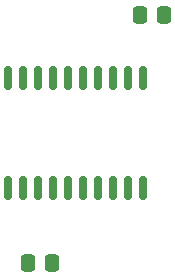
<source format=gbr>
%TF.GenerationSoftware,KiCad,Pcbnew,7.0.2*%
%TF.CreationDate,2023-05-24T14:34:07-04:00*%
%TF.ProjectId,mcumod-at6,6d63756d-6f64-42d6-9174-362e6b696361,rev?*%
%TF.SameCoordinates,Original*%
%TF.FileFunction,Paste,Top*%
%TF.FilePolarity,Positive*%
%FSLAX46Y46*%
G04 Gerber Fmt 4.6, Leading zero omitted, Abs format (unit mm)*
G04 Created by KiCad (PCBNEW 7.0.2) date 2023-05-24 14:34:07*
%MOMM*%
%LPD*%
G01*
G04 APERTURE LIST*
G04 Aperture macros list*
%AMRoundRect*
0 Rectangle with rounded corners*
0 $1 Rounding radius*
0 $2 $3 $4 $5 $6 $7 $8 $9 X,Y pos of 4 corners*
0 Add a 4 corners polygon primitive as box body*
4,1,4,$2,$3,$4,$5,$6,$7,$8,$9,$2,$3,0*
0 Add four circle primitives for the rounded corners*
1,1,$1+$1,$2,$3*
1,1,$1+$1,$4,$5*
1,1,$1+$1,$6,$7*
1,1,$1+$1,$8,$9*
0 Add four rect primitives between the rounded corners*
20,1,$1+$1,$2,$3,$4,$5,0*
20,1,$1+$1,$4,$5,$6,$7,0*
20,1,$1+$1,$6,$7,$8,$9,0*
20,1,$1+$1,$8,$9,$2,$3,0*%
G04 Aperture macros list end*
%ADD10RoundRect,0.150000X-0.150000X0.875000X-0.150000X-0.875000X0.150000X-0.875000X0.150000X0.875000X0*%
%ADD11RoundRect,0.250000X-0.337500X-0.475000X0.337500X-0.475000X0.337500X0.475000X-0.337500X0.475000X0*%
G04 APERTURE END LIST*
D10*
%TO.C,U1*%
X116715000Y-112350000D03*
X115445000Y-112350000D03*
X114175000Y-112350000D03*
X112905000Y-112350000D03*
X111635000Y-112350000D03*
X110365000Y-112350000D03*
X109095000Y-112350000D03*
X107825000Y-112350000D03*
X106555000Y-112350000D03*
X105285000Y-112350000D03*
X105285000Y-121650000D03*
X106555000Y-121650000D03*
X107825000Y-121650000D03*
X109095000Y-121650000D03*
X110365000Y-121650000D03*
X111635000Y-121650000D03*
X112905000Y-121650000D03*
X114175000Y-121650000D03*
X115445000Y-121650000D03*
X116715000Y-121650000D03*
%TD*%
D11*
%TO.C,C3*%
X116462500Y-107000000D03*
X118537500Y-107000000D03*
%TD*%
%TO.C,C1*%
X106962500Y-128000000D03*
X109037500Y-128000000D03*
%TD*%
M02*

</source>
